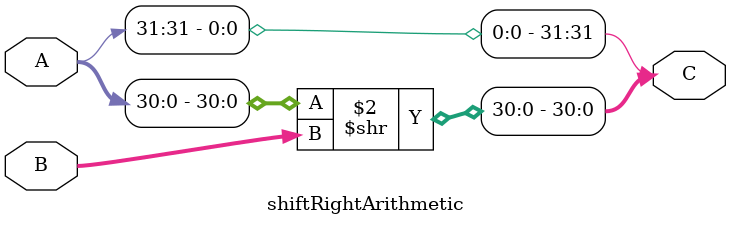
<source format=v>
`timescale 1ns/10ps
module shiftRightArithmetic(A, B, C);
input [31:0] A, B;
output reg [31:0] C;
always@(A or B)
	begin
	
	C = {A[31],(A[30:0] >> B)};
	end
endmodule
</source>
